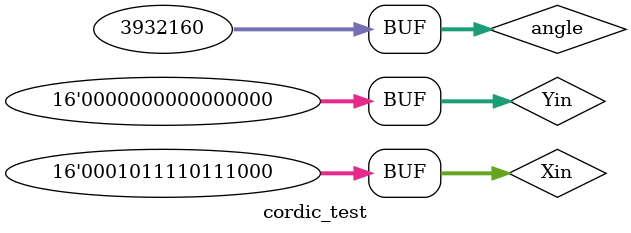
<source format=v>
`timescale 1ns / 1ps


`timescale 1 ns/100 ps

module cordic_test;

localparam  width = 16; 

reg  [width-1:0] Xin, Yin;
reg  [31:0] angle;
wire [width:0] Xout, Yout;
wire [width:0] Xout_tan, Yout_tan, tangent;


CORDIC sin_cos( angle, Xin, Yin, Xout, Yout, Xout_tan, Yout_tan, tangent);


initial
begin
   //angle = 32'b11111111110001000000000000000000; //-60
	//angle = 32'b11111111100010000000000000000000; //-120
	//angle = 32'b00000000100001110000000000000000;//135
   angle = 32'b00000000001111000000000000000000;//60
	//angle = 32'b00000000000110100000000000000000; //26
	//angle = 32'b0;
	//Xin = 16'b0100110110110111;
	Xin = 10000/1.647;              //scaled by 10000
   Yin = 16'd0;                     
end

  

initial
$monitor("%d %d %d", Xout,Yout,tangent);






endmodule


</source>
